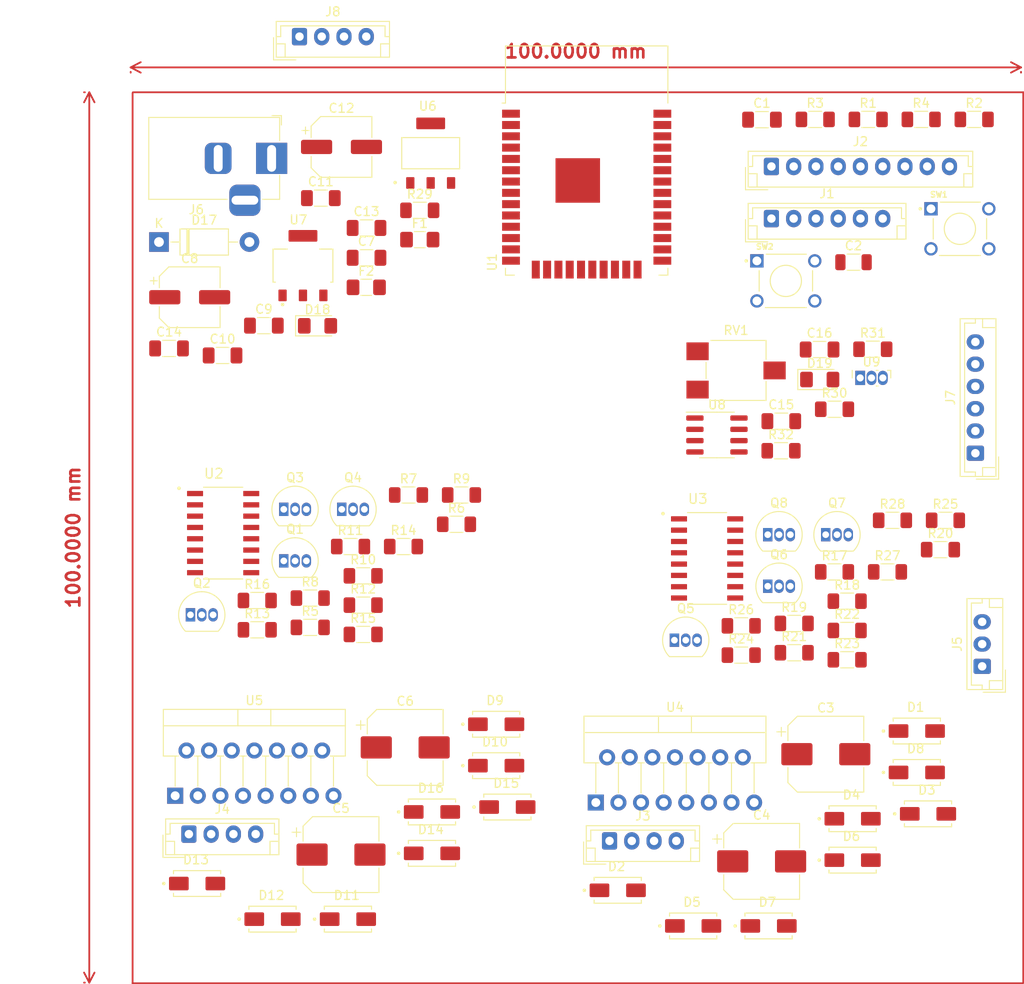
<source format=kicad_pcb>
(kicad_pcb (version 20211014) (generator pcbnew)
  (layers (0 "F.Cu" signal) (31 "B.Cu" signal) (34 "B.Paste" user) (35 "F.Paste" user) (36 "B.SilkS" user "B.Silkscreen") (37 "F.SilkS" user "F.Silkscreen") (38 "B.Mask" user) (39 "F.Mask" user) (44 "Edge.Cuts" user))
  (net 0 "")
  (net 1 "/Power supply/bypass 5v")
  (net 2 "Net-(C16-Pad1)")
  (net 4 "/ESP32/M_A3")
  (net 5 "Net-(R7-Pad2)")
  (net 6 "Net-(D18-Pad1)")
  (net 7 "GND")
  (net 8 "/ESP32/M_B3")
  (net 9 "Net-(R19-Pad2)")
  (net 10 "/ESP32/M_B2")
  (net 11 "Net-(R18-Pad2)")
  (net 12 "/ESP32/M_B1")
  (net 13 "Net-(R17-Pad2)")
  (net 14 "/Power supply/bypass 3.3v")
  (net 15 "Net-(C1-Pad1)")
  (net 16 "Net-(R2-Pad1)")
  (net 17 "/ESP32/RX")
  (net 18 "Net-(R3-Pad1)")
  (net 19 "/ESP32/TX")
  (net 20 "Net-(C2-Pad1)")
  (net 21 "/ESP32/M_A1")
  (net 22 "Net-(R5-Pad2)")
  (net 23 "/ESP32/M_A2")
  (net 24 "Net-(R6-Pad2)")
  (net 25 "/Motor A/12V")
  (net 26 "/Motor B/IN 1B")
  (net 27 "/ESP32/M_A4")
  (net 28 "Net-(R8-Pad2)")
  (net 29 "Net-(Q1-Pad2)")
  (net 30 "/Motor A/IN 4A")
  (net 31 "Net-(Q2-Pad2)")
  (net 32 "/Motor A/IN 3A")
  (net 33 "Net-(Q3-Pad2)")
  (net 34 "/Motor A/IN 2A")
  (net 35 "Net-(Q4-Pad2)")
  (net 36 "/Motor A/IN 1A")
  (net 37 "Net-(Q8-Pad2)")
  (net 38 "Net-(Q6-Pad2)")
  (net 39 "/ESP32/Hall_sensor")
  (net 40 "Net-(D19-Pad1)")
  (net 41 "Net-(Q5-Pad2)")
  (net 42 "/ESP32/M_B4")
  (net 43 "Net-(R20-Pad2)")
  (net 44 "Net-(Q7-Pad2)")
  (net 47 "/ESP32/gpio34")
  (net 48 "/ESP32/gpio35")
  (net 49 "/ESP32/gpio33")
  (net 50 "/ESP32/SD2")
  (net 51 "/ESP32/SD3")
  (net 52 "/ESP32/SCS")
  (net 53 "/ESP32/SCK")
  (net 54 "/ESP32/SD0")
  (net 55 "/ESP32/SD1")
  (net 56 "/ESP32/gpio2")
  (net 57 "/ESP32/gpio4")
  (net 58 "/ESP32/gpio16")
  (net 59 "/ESP32/gpio17")
  (net 60 "/ESP32/gpio5")
  (net 61 "/ESP32/Touch_sensor")
  (net 63 "/ESP32/SDA")
  (net 64 "/ESP32/SCL")
  (net 65 "/ESP32/gpio23")
  (net 66 "+5V")
  (net 67 "Net-(RV1-Pad2)")
  (net 68 "/Motor A/OUT 1")
  (net 69 "/Motor A/OUT 2")
  (net 70 "/Motor A/EN A")
  (net 71 "/Motor A/5V")
  (net 72 "/Motor A/EN B")
  (net 73 "/Motor A/OUT 3")
  (net 74 "/Motor A/OUT 4")
  (net 75 "/Motor B/OUT 1")
  (net 76 "/Motor B/OUT 2")
  (net 77 "/Motor B/EN_1B")
  (net 78 "/Motor B/5V")
  (net 79 "/Motor B/EN_2B")
  (net 80 "/Motor B/OUT 3")
  (net 81 "/Motor B/OUT 4")
  (net 82 "Net-(C15-Pad1)")
  (net 83 "Net-(D17-Pad1)")
  (net 84 "Net-(C7-Pad1)")
  (net 85 "Net-(D17-Pad2)")
  (net 86 "/Serial_USB/DTR")
  (net 87 "/Serial_USB/CTS")
  (footprint "Connector_BarrelJack:BarrelJack_Horizontal" (layer "F.Cu") (at 74.834 64.8285)
    (fp_text reference "J6" (at -8.45 5.75) (layer "F.SilkS"))
    (fp_text value "Barrel_Jack_MountingPin")
    (pad "1" thru_hole rect (at 0 0) (size 3.5 3.5) (drill oval 1 3) (layers *.Cu *.Mask) (net 85 "Net-(D17-Pad2)"))
    (pad "2" thru_hole roundrect (at -6 0) (size 3 3.5) (drill oval 1 3) (layers *.Cu *.Mask) (net 7 "GND"))
    (pad "3" thru_hole roundrect (at -3 4.7) (size 3.5 3.5) (drill oval 3 1) (layers *.Cu *.Mask))
  )
  (footprint "Package_TO_SOT_THT:TO-92_Inline" (layer "F.Cu") (at 137.066 107.092)
    (fp_text reference "Q7" (at 1.27 -3.56) (layer "F.SilkS"))
    (fp_text value "BC328")
    (pad "1" thru_hole rect (at 0 0) (size 1.05 1.5) (drill 0.75) (layers *.Cu *.Mask) (net 7 "GND"))
    (pad "2" thru_hole oval (at 1.27 0) (size 1.05 1.5) (drill 0.75) (layers *.Cu *.Mask) (net 44 "Net-(Q7-Pad2)"))
    (pad "3" thru_hole oval (at 2.54 0) (size 1.05 1.5) (drill 0.75) (layers *.Cu *.Mask) (net 7 "GND"))
  )
  (footprint "Resistor_SMD:R_1206_3216Metric_Pad1.30x1.75mm_HandSolder" (layer "F.Cu") (at 132.05 97.666)
    (fp_text reference "R32" (at 0 -1.82) (layer "F.SilkS"))
    (fp_text value "10K")
    (pad "1" smd roundrect (at -1.55 0) (size 1.3 1.75) (layers "F.Cu" "F.Paste" "F.Mask") (roundrect_rratio 0.192308) (net 1 "/Power supply/bypass 5v"))
    (pad "2" smd roundrect (at 1.55 0) (size 1.3 1.75) (layers "F.Cu" "F.Paste" "F.Mask") (roundrect_rratio 0.192308) (net 39 "/ESP32/Hall_sensor"))
  )
  (footprint "Package_TO_SOT_THT:TO-220-15_P2.54x2.54mm_StaggerOdd_Lead4.58mm_Vertical" (layer "F.Cu") (at 111.247 137.177)
    (fp_text reference "U4" (at 8.89 -10.7) (layer "F.SilkS"))
    (fp_text value "L298N")
    (pad "1" thru_hole rect (at 0 0) (size 1.8 1.8) (drill 1) (layers *.Cu *.Mask) (net 7 "GND"))
    (pad "2" thru_hole oval (at 1.27 -5.08) (size 1.8 1.8) (drill 1) (layers *.Cu *.Mask) (net 68 "/Motor A/OUT 1"))
    (pad "3" thru_hole oval (at 2.54 0) (size 1.8 1.8) (drill 1) (layers *.Cu *.Mask) (net 69 "/Motor A/OUT 2"))
    (pad "4" thru_hole oval (at 3.81 -5.08) (size 1.8 1.8) (drill 1) (layers *.Cu *.Mask) (net 25 "/Motor A/12V"))
    (pad "5" thru_hole oval (at 5.08 0) (size 1.8 1.8) (drill 1) (layers *.Cu *.Mask) (net 36 "/Motor A/IN 1A"))
    (pad "6" thru_hole oval (at 6.35 -5.08) (size 1.8 1.8) (drill 1) (layers *.Cu *.Mask) (net 70 "/Motor A/EN A"))
    (pad "7" thru_hole oval (at 7.62 0) (size 1.8 1.8) (drill 1) (layers *.Cu *.Mask) (net 34 "/Motor A/IN 2A"))
    (pad "8" thru_hole oval (at 8.89 -5.08) (size 1.8 1.8) (drill 1) (layers *.Cu *.Mask) (net 7 "GND"))
    (pad "9" thru_hole oval (at 10.16 0) (size 1.8 1.8) (drill 1) (layers *.Cu *.Mask) (net 71 "/Motor A/5V"))
    (pad "10" thru_hole oval (at 11.43 -5.08) (size 1.8 1.8) (drill 1) (layers *.Cu *.Mask) (net 32 "/Motor A/IN 3A"))
    (pad "11" thru_hole oval (at 12.7 0) (size 1.8 1.8) (drill 1) (layers *.Cu *.Mask) (net 72 "/Motor A/EN B"))
    (pad "12" thru_hole oval (at 13.97 -5.08) (size 1.8 1.8) (drill 1) (layers *.Cu *.Mask) (net 30 "/Motor A/IN 4A"))
    (pad "13" thru_hole oval (at 15.24 0) (size 1.8 1.8) (drill 1) (layers *.Cu *.Mask) (net 73 "/Motor A/OUT 3"))
    (pad "14" thru_hole oval (at 16.51 -5.08) (size 1.8 1.8) (drill 1) (layers *.Cu *.Mask) (net 74 "/Motor A/OUT 4"))
    (pad "15" thru_hole oval (at 17.78 0) (size 1.8 1.8) (drill 1) (layers *.Cu *.Mask) (net 7 "GND"))
  )
  (footprint "AMS1117-5:SOT229P700X180-4N" (layer "F.Cu") (at 92.699 64.2435)
    (fp_text reference "U6" (at -0.3275 -5.285) (layer "F.SilkS"))
    (fp_text value "AMS1117-5.0")
    (pad "1" smd roundrect locked (at -2.29 3.345) (size 0.93 1.31) (layers "F.Cu" "F.Paste" "F.Mask") (roundrect_rratio 0.1) (net 7 "GND"))
    (pad "2" smd roundrect locked (at 0 3.345) (size 0.93 1.31) (layers "F.Cu" "F.Paste" "F.Mask") (roundrect_rratio 0.1) (net 1 "/Power supply/bypass 5v"))
    (pad "3" smd roundrect locked (at 2.29 3.345) (size 0.93 1.31) (layers "F.Cu" "F.Paste" "F.Mask") (roundrect_rratio 0.1) (net 84 "Net-(C7-Pad1)"))
    (pad "4" smd roundrect locked (at 0 -3.345) (size 3.24 1.31) (layers "F.Cu" "F.Paste" "F.Mask") (roundrect_rratio 0.1))
  )
  (footprint "Package_TO_SOT_THT:TO-92_Inline" (layer "F.Cu") (at 65.72 116.096)
    (fp_text reference "Q2" (at 1.27 -3.56) (layer "F.SilkS"))
    (fp_text value "BC328")
    (pad "1" thru_hole rect (at 0 0) (size 1.05 1.5) (drill 0.75) (layers *.Cu *.Mask) (net 32 "/Motor A/IN 3A"))
    (pad "2" thru_hole oval (at 1.27 0) (size 1.05 1.5) (drill 0.75) (layers *.Cu *.Mask) (net 31 "Net-(Q2-Pad2)"))
    (pad "3" thru_hole oval (at 2.54 0) (size 1.05 1.5) (drill 0.75) (layers *.Cu *.Mask) (net 7 "GND"))
  )
  (footprint "Resistor_SMD:R_1206_3216Metric_Pad1.30x1.75mm_HandSolder" (layer "F.Cu") (at 144.006 111.272)
    (fp_text reference "R27" (at 0 -1.82) (layer "F.SilkS"))
    (fp_text value "5.1k")
    (pad "1" smd roundrect (at -1.55 0) (size 1.3 1.75) (layers "F.Cu" "F.Paste" "F.Mask") (roundrect_rratio 0.192308) (net 25 "/Motor A/12V"))
    (pad "2" smd roundrect (at 1.55 0) (size 1.3 1.75) (layers "F.Cu" "F.Paste" "F.Mask") (roundrect_rratio 0.192308) (net 37 "Net-(Q8-Pad2)"))
  )
  (footprint "Resistor_SMD:R_1206_3216Metric_Pad1.30x1.75mm_HandSolder" (layer "F.Cu") (at 85.12 115.006)
    (fp_text reference "R12" (at 0 -1.82) (layer "F.SilkS"))
    (fp_text value "5.1k")
    (pad "1" smd roundrect (at -1.55 0) (size 1.3 1.75) (layers "F.Cu" "F.Paste" "F.Mask") (roundrect_rratio 0.192308) (net 25 "/Motor A/12V"))
    (pad "2" smd roundrect (at 1.55 0) (size 1.3 1.75) (layers "F.Cu" "F.Paste" "F.Mask") (roundrect_rratio 0.192308) (net 32 "/Motor A/IN 3A"))
  )
  (footprint "AMS1117-3:SOT229P700X180-4N" (layer "F.Cu") (at 78.354 76.8735)
    (fp_text reference "U7" (at -0.515925 -5.144115) (layer "F.SilkS") (effects (font (size 1.001772 1.001772))))
    (fp_text value "AMS1117-3.3")
    (pad "1" smd roundrect locked (at -2.29 3.345) (size 0.93 1.31) (layers "F.Cu" "F.Paste" "F.Mask") (roundrect_rratio 0.1) (net 7 "GND"))
    (pad "2" smd roundrect locked (at 0 3.345) (size 0.93 1.31) (layers "F.Cu" "F.Paste" "F.Mask") (roundrect_rratio 0.1) (net 14 "/Power supply/bypass 3.3v"))
    (pad "3" smd roundrect locked (at 2.29 3.345) (size 0.93 1.31) (layers "F.Cu" "F.Paste" "F.Mask") (roundrect_rratio 0.1) (net 1 "/Power supply/bypass 5v"))
    (pad "4" smd roundrect locked (at 0 -3.345) (size 3.24 1.31) (layers "F.Cu" "F.Paste" "F.Mask") (roundrect_rratio 0.1))
  )
  (footprint "Resistor_SMD:R_1206_3216Metric_Pad1.30x1.75mm_HandSolder" (layer "F.Cu") (at 144.566 105.482)
    (fp_text reference "R28" (at 0 -1.82) (layer "F.SilkS"))
    (fp_text value "5.1k")
    (pad "1" smd roundrect (at -1.55 0) (size 1.3 1.75) (layers "F.Cu" "F.Paste" "F.Mask") (roundrect_rratio 0.192308) (net 25 "/Motor A/12V"))
    (pad "2" smd roundrect (at 1.55 0) (size 1.3 1.75) (layers "F.Cu" "F.Paste" "F.Mask") (roundrect_rratio 0.192308) (net 26 "/Motor B/IN 1B"))
  )
  (footprint "M7:DIOM505270X240" (layer "F.Cu") (at 147.298 129.147)
    (fp_text reference "D1" (at -0.127235 -2.671685) (layer "F.SilkS") (effects (font (size 1.001756 1.001756))))
    (fp_text value "1N4007")
    (pad "A" smd roundrect locked (at 2.05 0) (size 2.21 1.53) (layers "F.Cu" "F.Paste" "F.Mask") (roundrect_rratio 0.11))
    (pad "C" smd roundrect locked (at -2.05 0) (size 2.21 1.53) (layers "F.Cu" "F.Paste" "F.Mask") (roundrect_rratio 0.11))
  )
  (footprint "Capacitor_SMD:C_1206_3216Metric_Pad1.33x1.80mm_HandSolder" (layer "F.Cu") (at 63.314 86.1735)
    (fp_text reference "C14" (at 0 -1.85) (layer "F.SilkS"))
    (fp_text value "10uf")
    (pad "1" smd roundrect (at -1.5625 0) (size 1.325 1.8) (layers "F.Cu" "F.Paste" "F.Mask") (roundrect_rratio 0.188679) (net 14 "/Power supply/bypass 3.3v"))
    (pad "2" smd roundrect (at 1.5625 0) (size 1.325 1.8) (layers "F.Cu" "F.Paste" "F.Mask") (roundrect_rratio 0.188679) (net 7 "GND"))
  )
  (footprint "Resistor_SMD:R_1206_3216Metric_Pad1.30x1.75mm_HandSolder" (layer "F.Cu") (at 85.12 118.296)
    (fp_text reference "R15" (at 0 -1.82) (layer "F.SilkS"))
    (fp_text value "5.1k")
    (pad "1" smd roundrect (at -1.55 0) (size 1.3 1.75) (layers "F.Cu" "F.Paste" "F.Mask") (roundrect_rratio 0.192308) (net 25 "/Motor A/12V"))
    (pad "2" smd roundrect (at 1.55 0) (size 1.3 1.75) (layers "F.Cu" "F.Paste" "F.Mask") (roundrect_rratio 0.192308) (net 35 "Net-(Q4-Pad2)"))
  )
  (footprint "Package_TO_SOT_THT:TO-92_Inline" (layer "F.Cu") (at 120.076 118.942)
    (fp_text reference "Q5" (at 1.27 -3.56) (layer "F.SilkS"))
    (fp_text value "BC328")
    (pad "1" thru_hole rect (at 0 0) (size 1.05 1.5) (drill 0.75) (layers *.Cu *.Mask) (net 7 "GND"))
    (pad "2" thru_hole oval (at 1.27 0) (size 1.05 1.5) (drill 0.75) (layers *.Cu *.Mask) (net 41 "Net-(Q5-Pad2)"))
    (pad "3" thru_hole oval (at 2.54 0) (size 1.05 1.5) (drill 0.75) (layers *.Cu *.Mask) (net 7 "GND"))
  )
  (footprint "Resistor_SMD:R_1206_3216Metric_Pad1.30x1.75mm_HandSolder" (layer "F.Cu") (at 127.576 120.622)
    (fp_text reference "R24" (at 0 -1.82) (layer "F.SilkS"))
    (fp_text value "5.1k")
    (pad "1" smd roundrect (at -1.55 0) (size 1.3 1.75) (layers "F.Cu" "F.Paste" "F.Mask") (roundrect_rratio 0.192308) (net 25 "/Motor A/12V"))
    (pad "2" smd roundrect (at 1.55 0) (size 1.3 1.75) (layers "F.Cu" "F.Paste" "F.Mask") (roundrect_rratio 0.192308) (net 7 "GND"))
  )
  (footprint "Resistor_SMD:R_1206_3216Metric_Pad1.30x1.75mm_HandSolder" (layer "F.Cu") (at 138.06 93.006)
    (fp_text reference "R30" (at 0 -1.82) (layer "F.SilkS"))
    (fp_text value "10k")
    (pad "1" smd roundrect (at -1.55 0) (size 1.3 1.75) (layers "F.Cu" "F.Paste" "F.Mask") (roundrect_rratio 0.192308) (net 1 "/Power supply/bypass 5v"))
    (pad "2" smd roundrect (at 1.55 0) (size 1.3 1.75) (layers "F.Cu" "F.Paste" "F.Mask") (roundrect_rratio 0.192308) (net 2 "Net-(C16-Pad1)"))
  )
  (footprint "Resistor_SMD:R_1206_3216Metric_Pad1.30x1.75mm_HandSolder" (layer "F.Cu") (at 127.576 117.332)
    (fp_text reference "R26" (at 0 -1.82) (layer "F.SilkS"))
    (fp_text value "5.1k")
    (pad "1" smd roundrect (at -1.55 0) (size 1.3 1.75) (layers "F.Cu" "F.Paste" "F.Mask") (roundrect_rratio 0.192308) (net 25 "/Motor A/12V"))
    (pad "2" smd roundrect (at 1.55 0) (size 1.3 1.75) (layers "F.Cu" "F.Paste" "F.Mask") (roundrect_rratio 0.192308) (net 7 "GND"))
  )
  (footprint "M7:DIOM505270X240" (layer "F.Cu") (at 122.178 151.037)
    (fp_text reference "D5" (at -0.127235 -2.671685) (layer "F.SilkS") (effects (font (size 1.001756 1.001756))))
    (fp_text value "1N4007")
    (pad "A" smd roundrect locked (at 2.05 0) (size 2.21 1.53) (layers "F.Cu" "F.Paste" "F.Mask") (roundrect_rratio 0.11))
    (pad "C" smd roundrect locked (at -2.05 0) (size 2.21 1.53) (layers "F.Cu" "F.Paste" "F.Mask") (roundrect_rratio 0.11))
  )
  (footprint "Capacitor_SMD:CP_Elec_8x10" (layer "F.Cu") (at 82.628 143.025)
    (fp_text reference "C5" (at 0 -5.2) (layer "F.SilkS"))
    (fp_text value "220uf")
    (pad "1" smd roundrect (at -3.25 0) (size 3.5 2.5) (layers "F.Cu" "F.Paste" "F.Mask") (roundrect_rratio 0.1) (net 78 "/Motor B/5V"))
    (pad "2" smd roundrect (at 3.25 0) (size 3.5 2.5) (layers "F.Cu" "F.Paste" "F.Mask") (roundrect_rratio 0.1) (net 7 "GND"))
  )
  (footprint "Resistor_SMD:R_1206_3216Metric_Pad1.30x1.75mm_HandSolder" (layer "F.Cu") (at 73.22 117.776)
    (fp_text reference "R13" (at 0 -1.82) (layer "F.SilkS"))
    (fp_text value "5.1k")
    (pad "1" smd roundrect (at -1.55 0) (size 1.3 1.75) (layers "F.Cu" "F.Paste" "F.Mask") (roundrect_rratio 0.192308) (net 25 "/Motor A/12V"))
    (pad "2" smd roundrect (at 1.55 0) (size 1.3 1.75) (layers "F.Cu" "F.Paste" "F.Mask") (roundrect_rratio 0.192308) (net 33 "Net-(Q3-Pad2)"))
  )
  (footprint "Connector_JST:JST_EH_B9B-EH-A_1x09_P2.50mm_Vertical" (layer "F.Cu") (at 130.97 65.74)
    (fp_text reference "J2" (at 10 -2.8) (layer "F.SilkS"))
    (fp_text value "Conn_01x09")
    (pad "1" thru_hole roundrect (at 0 0) (size 1.7 1.95) (drill 0.95) (layers *.Cu *.Mask) (roundrect_rratio 0.147059) (net 56 "/ESP32/gpio2"))
    (pad "2" thru_hole oval (at 2.5 0) (size 1.7 1.95) (drill 0.95) (layers *.Cu *.Mask) (net 57 "/ESP32/gpio4"))
    (pad "3" thru_hole oval (at 5 0) (size 1.7 1.95) (drill 0.95) (layers *.Cu *.Mask) (net 60 "/ESP32/gpio5"))
    (pad "4" thru_hole oval (at 7.5 0) (size 1.7 1.95) (drill 0.95) (layers *.Cu *.Mask) (net 58 "/ESP32/gpio16"))
    (pad "5" thru_hole oval (at 10 0) (size 1.7 1.95) (drill 0.95) (layers *.Cu *.Mask) (net 59 "/ESP32/gpio17"))
    (pad "6" thru_hole oval (at 12.5 0) (size 1.7 1.95) (drill 0.95) (layers *.Cu *.Mask) (net 65 "/ESP32/gpio23"))
    (pad "7" thru_hole oval (at 15 0) (size 1.7 1.95) (drill 0.95) (layers *.Cu *.Mask) (net 49 "/ESP32/gpio33"))
    (pad "8" thru_hole oval (at 17.5 0) (size 1.7 1.95) (drill 0.95) (layers *.Cu *.Mask) (net 47 "/ESP32/gpio34"))
    (pad "9" thru_hole oval (at 20 0) (size 1.7 1.95) (drill 0.95) (layers *.Cu *.Mask) (net 48 "/ESP32/gpio35"))
  )
  (footprint "Package_SO:SOIC-8_3.9x4.9mm_P1.27mm" (layer "F.Cu") (at 124.85 95.896)
    (fp_text reference "U8" (at 0 -3.4) (layer "F.SilkS"))
    (fp_text value "LM393")
    (pad "1" smd roundrect (at -2.475 -1.905) (size 1.95 0.6) (layers "F.Cu" "F.Paste" "F.Mask") (net 39 "/ESP32/Hall_sensor"))
    (pad "2" smd roundrect (at -2.475 -0.635) (size 1.95 0.6) (layers "F.Cu" "F.Paste" "F.Mask") (net 67 "Net-(RV1-Pad2)"))
    (pad "3" smd roundrect (at -2.475 0.635) (size 1.95 0.6) (layers "F.Cu" "F.Paste" "F.Mask") (net 2 "Net-(C16-Pad1)"))
    (pad "4" smd roundrect (at -2.475 1.905) (size 1.95 0.6) (layers "F.Cu" "F.Paste" "F.Mask") (net 82 "Net-(C15-Pad1)"))
    (pad "5" smd roundrect (at 2.475 1.905) (size 1.95 0.6) (layers "F.Cu" "F.Paste" "F.Mask"))
    (pad "6" smd roundrect (at 2.475 0.635) (size 1.95 0.6) (layers "F.Cu" "F.Paste" "F.Mask"))
    (pad "7" smd roundrect (at 2.475 -0.635) (size 1.95 0.6) (layers "F.Cu" "F.Paste" "F.Mask"))
    (pad "8" smd roundrect (at 2.475 -1.905) (size 1.95 0.6) (layers "F.Cu" "F.Paste" "F.Mask") (net 1 "/Power supply/bypass 5v"))
  )
  (footprint "Potentiometer_SMD:Potentiometer_ACP_CA6-VSMD_Vertical" (layer "F.Cu") (at 127 88.646)
    (fp_text reference "RV1" (at 0 -4.5) (layer "F.SilkS"))
    (fp_text value "R_Potentiometer")
    (pad "1" smd rect (at -4.325 2.15) (size 2.5 2) (layers "F.Cu" "F.Paste" "F.Mask") (net 66 "+5V"))
    (pad "2" smd rect (at 4.325 0) (size 2.5 2) (layers "F.Cu" "F.Paste" "F.Mask") (net 67 "Net-(RV1-Pad2)"))
    (pad "3" smd rect (at -4.325 -2.15) (size 2.5 2) (layers "F.Cu" "F.Paste" "F.Mask") (net 7 "GND"))
  )
  (footprint "Capacitor_SMD:C_1206_3216Metric_Pad1.33x1.80mm_HandSolder" (layer "F.Cu") (at 69.324 86.9635)
    (fp_text reference "C10" (at 0 -1.85) (layer "F.SilkS"))
    (fp_text value "10uf")
    (pad "1" smd roundrect (at -1.5625 0) (size 1.325 1.8) (layers "F.Cu" "F.Paste" "F.Mask") (roundrect_rratio 0.188679) (net 1 "/Power supply/bypass 5v"))
    (pad "2" smd roundrect (at 1.5625 0) (size 1.325 1.8) (layers "F.Cu" "F.Paste" "F.Mask") (roundrect_rratio 0.188679) (net 7 "GND"))
  )
  (footprint "Resistor_SMD:R_1206_3216Metric_Pad1.30x1.75mm_HandSolder" (layer "F.Cu") (at 91.474 70.6635)
    (fp_text reference "R29" (at 0 -1.82) (layer "F.SilkS"))
    (fp_text value "1k")
    (pad "1" smd roundrect (at -1.55 0) (size 1.3 1.75) (layers "F.Cu" "F.Paste" "F.Mask") (roundrect_rratio 0.192308) (net 6 "Net-(D18-Pad1)"))
    (pad "2" smd roundrect (at 1.55 0) (size 1.3 1.75) (layers "F.Cu" "F.Paste" "F.Mask") (roundrect_rratio 0.192308) (net 7 "GND"))
  )
  (footprint "Capacitor_SMD:C_1206_3216Metric_Pad1.33x1.80mm_HandSolder" (layer "F.Cu") (at 136.38 86.296)
    (fp_text reference "C16" (at 0 -1.85) (layer "F.SilkS"))
    (fp_text value "0.1uF")
    (pad "1" smd roundrect (at -1.5625 0) (size 1.325 1.8) (layers "F.Cu" "F.Paste" "F.Mask") (roundrect_rratio 0.188679) (net 2 "Net-(C16-Pad1)"))
    (pad "2" smd roundrect (at 1.5625 0) (size 1.325 1.8) (layers "F.Cu" "F.Paste" "F.Mask") (roundrect_rratio 0.188679) (net 7 "GND"))
  )
  (footprint "M7:DIOM505270X240" (layer "F.Cu") (at 100.054 128.385)
    (fp_text reference "D9" (at -0.127235 -2.671685) (layer "F.SilkS") (effects (font (size 1.001756 1.001756))))
    (fp_text value "1N4007")
    (pad "A" smd roundrect locked (at 2.05 0) (size 2.21 1.53) (layers "F.Cu" "F.Paste" "F.Mask") (roundrect_rratio 0.11))
    (pad "C" smd roundrect locked (at -2.05 0) (size 2.21 1.53) (layers "F.Cu" "F.Paste" "F.Mask") (roundrect_rratio 0.11))
  )
  (footprint "Capacitor_SMD:C_1206_3216Metric_Pad1.33x1.80mm_HandSolder" (layer "F.Cu") (at 85.494 72.6435)
    (fp_text reference "C13" (at 0 -1.85) (layer "F.SilkS"))
    (fp_text value "100nf")
    (pad "1" smd roundrect (at -1.5625 0) (size 1.325 1.8) (layers "F.Cu" "F.Paste" "F.Mask") (roundrect_rratio 0.188679) (net 14 "/Power supply/bypass 3.3v"))
    (pad "2" smd roundrect (at 1.5625 0) (size 1.325 1.8) (layers "F.Cu" "F.Paste" "F.Mask") (roundrect_rratio 0.188679) (net 7 "GND"))
  )
  (footprint "Capacitor_SMD:CP_Elec_8x10" (layer "F.Cu") (at 137.082 131.747)
    (fp_text reference "C3" (at 0 -5.2) (layer "F.SilkS"))
    (fp_text value "220uf")
    (pad "1" smd roundrect (at -3.25 0) (size 3.5 2.5) (layers "F.Cu" "F.Paste" "F.Mask") (roundrect_rratio 0.1) (net 71 "/Motor A/5V"))
    (pad "2" smd roundrect (at 3.25 0) (size 3.5 2.5) (layers "F.Cu" "F.Paste" "F.Mask") (roundrect_rratio 0.1) (net 7 "GND"))
  )
  (footprint "Resistor_SMD:R_1206_3216Metric_Pad1.30x1.75mm_HandSolder" (layer "F.Cu") (at 147.79 60.452)
    (fp_text reference "R4" (at 0 -1.82) (layer "F.SilkS"))
    (fp_text value "10k")
    (pad "1" smd roundrect (at -1.55 0) (size 1.3 1.75) (layers "F.Cu" "F.Paste" "F.Mask") (roundrect_rratio 0.192308) (net 14 "/Power supply/bypass 3.3v"))
    (pad "2" smd roundrect (at 1.55 0) (size 1.3 1.75) (layers "F.Cu" "F.Paste" "F.Mask") (roundrect_rratio 0.192308) (net 20 "Net-(C2-Pad1)"))
  )
  (footprint "Capacitor_SMD:CP_Elec_6.3x5.4" (layer "F.Cu") (at 65.634 80.4235)
    (fp_text reference "C8" (at 0 -4.35) (layer "F.SilkS"))
    (fp_text value "10uf")
    (pad "1" smd roundrect (at -2.8 0) (size 3.5 1.6) (layers "F.Cu" "F.Paste" "F.Mask") (roundrect_rratio 0.15625) (net 1 "/Power supply/bypass 5v"))
    (pad "2" smd roundrect (at 2.8 0) (size 3.5 1.6) (layers "F.Cu" "F.Paste" "F.Mask") (roundrect_rratio 0.15625) (net 7 "GND"))
  )
  (footprint "Capacitor_SMD:CP_Elec_8x10" (layer "F.Cu") (at 129.872 143.787)
    (fp_text reference "C4" (at 0 -5.2) (layer "F.SilkS"))
    (fp_text value "220uf")
    (pad "1" smd roundrect (at -3.25 0) (size 3.5 2.5) (layers "F.Cu" "F.Paste" "F.Mask") (roundrect_rratio 0.1) (net 25 "/Motor A/12V"))
    (pad "2" smd roundrect (at 3.25 0) (size 3.5 2.5) (layers "F.Cu" "F.Paste" "F.Mask") (roundrect_rratio 0.1) (net 7 "GND"))
  )
  (footprint "M7:DIOM505270X240" (layer "F.Cu") (at 92.844 138.235)
    (fp_text reference "D16" (at -0.127235 -2.671685) (layer "F.SilkS") (effects (font (size 1.001756 1.001756))))
    (fp_text value "1N4007")
    (pad "A" smd roundrect locked (at 2.05 0) (size 2.21 1.53) (layers "F.Cu" "F.Paste" "F.Mask") (roundrect_rratio 0.11))
    (pad "C" smd roundrect locked (at -2.05 0) (size 2.21 1.53) (layers "F.Cu" "F.Paste" "F.Mask") (roundrect_rratio 0.11))
  )
  (footprint "M7:DIOM505270X240" (layer "F.Cu") (at 140.088 138.997)
    (fp_text reference "D4" (at -0.127235 -2.671685) (layer "F.SilkS") (effects (font (size 1.001756 1.001756))))
    (fp_text value "1N4007")
    (pad "A" smd roundrect locked (at 2.05 0) (size 2.21 1.53) (layers "F.Cu" "F.Paste" "F.Mask") (roundrect_rratio 0.11))
    (pad "C" smd roundrect locked (at -2.05 0) (size 2.21 1.53) (layers "F.Cu" "F.Paste" "F.Mask") (roundrect_rratio 0.11))
  )
  (footprint "M7:DIOM505270X240" (layer "F.Cu") (at 100.054 133.035)
    (fp_text reference "D10" (at -0.127235 -2.671685) (layer "F.SilkS") (effects (font (size 1.001756 1.001756))))
    (fp_text value "1N4007")
    (pad "A" smd roundrect locked (at 2.05 0) (size 2.21 1.53) (layers "F.Cu" "F.Paste" "F.Mask") (roundrect_rratio 0.11))
    (pad "C" smd roundrect locked (at -2.05 0) (size 2.21 1.53) (layers "F.Cu" "F.Paste" "F.Mask") (roundrect_rratio 0.11))
  )
  (footprint "Package_TO_SOT_THT:TO-92_Inline" (layer "F.Cu") (at 130.556 112.882)
    (fp_text reference "Q6" (at 1.27 -3.56) (layer "F.SilkS"))
    (fp_text value "BC328")
    (pad "1" thru_hole rect (at 0 0) (size 1.05 1.5) (drill 0.75) (layers *.Cu *.Mask) (net 7 "GND"))
    (pad "2" thru_hole oval (at 1.27 0) (size 1.05 1.5) (drill 0.75) (layers *.Cu *.Mask) (net 38 "Net-(Q6-Pad2)"))
    (pad "3" thru_hole oval (at 2.54 0) (size 1.05 1.5) (drill 0.75) (layers *.Cu *.Mask) (net 7 "GND"))
  )
  (footprint "Diode_THT:D_DO-41_SOD81_P10.16mm_Horizontal" (layer "F.Cu") (at 62.184 74.2235)
    (fp_text reference "D17" (at 5.08 -2.47) (layer "F.SilkS"))
    (fp_text value "1N4002")
    (fp_text user "K" (at 0 -2.1) (layer "F.SilkS"))
    (pad "1" thru_hole rect (at 0 0) (size 2.2 2.2) (drill 1.1) (layers *.Cu *.Mask) (net 83 "Net-(D17-Pad1)"))
    (pad "2" thru_hole oval (at 10.16 0) (size 2.2 2.2) (drill 1.1) (layers *.Cu *.Mask) (net 85 "Net-(D17-Pad2)"))
  )
  (footprint "Connector_JST:JST_EH_B4B-EH-A_1x04_P2.50mm_Vertical" (layer "F.Cu") (at 112.787 141.487)
    (fp_text reference "J3" (at 3.75 -2.8) (layer "F.SilkS"))
    (fp_text value "Conn_01x04")
    (pad "1" thru_hole roundrect (at 0 0) (size 1.7 1.95) (drill 0.95) (layers *.Cu *.Mask) (roundrect_rratio 0.147059) (net 68 "/Motor A/OUT 1"))
    (pad "2" thru_hole oval (at 2.5 0) (size 1.7 1.95) (drill 0.95) (layers *.Cu *.Mask) (net 69 "/Motor A/OUT 2"))
    (pad "3" thru_hole oval (at 5 0) (size 1.7 1.95) (drill 0.95) (layers *.Cu *.Mask) (net 73 "/Motor A/OUT 3"))
    (pad "4" thru_hole oval (at 7.5 0) (size 1.7 1.95) (drill 0.95) (layers *.Cu *.Mask) (net 74 "/Motor A/OUT 4"))
  )
  (footprint "Resistor_SMD:R_1206_3216Metric_Pad1.30x1.75mm_HandSolder" (layer "F.Cu") (at 139.476 121.142)
    (fp_text reference "R23" (at 0 -1.82) (layer "F.SilkS"))
    (fp_text value "5.1k")
    (pad "1" smd roundrect (at -1.55 0) (size 1.3 1.75) (layers "F.Cu" "F.Paste" "F.Mask") (roundrect_rratio 0.192308) (net 25 "/Motor A/12V"))
    (pad "2" smd roundrect (at 1.55 0) (size 1.3 1.75) (layers "F.Cu" "F.Paste" "F.Mask") (roundrect_rratio 0.192308) (net 38 "Net-(Q6-Pad2)"))
  )
  (footprint "Resistor_SMD:R_1206_3216Metric_Pad1.30x1.75mm_HandSolder" (layer "F.Cu") (at 133.526 120.352)
    (fp_text reference "R21" (at 0 -1.82) (layer "F.SilkS"))
    (fp_text value "5.1k")
    (pad "1" smd roundrect (at -1.55 0) (size 1.3 1.75) (layers "F.Cu" "F.Paste" "F.Mask") (roundrect_rratio 0.192308) (net 25 "/Motor A/12V"))
    (pad "2" smd roundrect (at 1.55 0) (size 1.3 1.75) (layers "F.Cu" "F.Paste" "F.Mask") (roundrect_rratio 0.192308) (net 41 "Net-(Q5-Pad2)"))
  )
  (footprint "Resistor_SMD:R_1206_3216Metric_Pad1.30x1.75mm_HandSolder" (layer "F.Cu") (at 153.74 60.452)
    (fp_text reference "R2" (at 0 -1.82) (layer "F.SilkS"))
    (fp_text value "470")
    (pad "1" smd roundrect (at -1.55 0) (size 1.3 1.75) (layers "F.Cu" "F.Paste" "F.Mask") (roundrect_rratio 0.192308) (net 16 "Net-(R2-Pad1)"))
    (pad "2" smd roundrect (at 1.55 0) (size 1.3 1.75) (layers "F.Cu" "F.Paste" "F.Mask") (roundrect_rratio 0.192308) (net 17 "/ESP32/RX"))
  )
  (footprint "Capacitor_SMD:C_1206_3216Metric_Pad1.33x1.80mm_HandSolder" (layer "F.Cu") (at 85.494 75.9935)
    (fp_text reference "C7" (at 0 -1.85) (layer "F.SilkS"))
    (fp_text value "10uf")
    (pad "1" smd roundrect (at -1.5625 0) (size 1.325 1.8) (layers "F.Cu" "F.Paste" "F.Mask") (roundrect_rratio 0.188679) (net 84 "Net-(C7-Pad1)"))
    (pad "2" smd roundrect (at 1.5625 0) (size 1.325 1.8) (layers "F.Cu" "F.Paste" "F.Mask") (roundrect_rratio 0.188679) (net 7 "GND"))
  )
  (footprint "M7:DIOM505270X240" (layer "F.Cu") (at 74.934 150.275)
    (fp_text reference "D12" (at -0.127235 -2.671685) (layer "F.SilkS") (effects (font (size 1.001756 1.001756))))
    (fp_text value "1N4007")
    (pad "A" smd roundrect locked (at 2.05 0) (size 2.21 1.53) (layers "F.Cu" "F.Paste" "F.Mask") (roundrect_rratio 0.11))
    (pad "C" smd roundrect locked (at -2.05 0) (size 2.21 1.53) (layers "F.Cu" "F.Paste" "F.Mask") (roundrect_rratio 0.11))
  )
  (footprint "Resistor_SMD:R_1206_3216Metric_Pad1.30x1.75mm_HandSolder" (layer "F.Cu") (at 142.36 86.266)
    (fp_text reference "R31" (at 0 -1.82) (layer "F.SilkS"))
    (fp_text value "1K")
    (pad "1" smd roundrect (at -1.55 0) (size 1.3 1.75) (layers "F.Cu" "F.Paste" "F.Mask") (roundrect_rratio 0.192308) (net 40 "Net-(D19-Pad1)"))
    (pad "2" smd roundrect (at 1.55 0) (size 1.3 1.75) (layers "F.Cu" "F.Paste" "F.Mask") (roundrect_rratio 0.192308) (net 39 "/ESP32/Hall_sensor"))
  )
  (footprint "M7:DIOM505270X240" (layer "F.Cu") (at 92.844 142.885)
    (fp_text reference "D14" (at -0.127235 -2.671685) (layer "F.SilkS") (effects (font (size 1.001756 1.001756))))
    (fp_text value "1N4007")
    (pad "A" smd roundrect locked (at 2.05 0) (size 2.21 1.53) (layers "F.Cu" "F.Paste" "F.Mask") (roundrect_rratio 0.11))
    (pad "C" smd roundrect locked (at -2.05 0) (size 2.21 1.53) (layers "F.Cu" "F.Paste" "F.Mask") (roundrect_rratio 0.11))
  )
  (footprint "M7:DIOM505270X240" (layer "F.Cu") (at 130.648 151.037)
    (fp_text reference "D7" (at -0.127235 -2.671685) (layer "F.SilkS") (effects (font (size 1.001756 1.001756))))
    (fp_text value "1N4007")
    (pad "A" smd roundrect locked (at 2.05 0) (size 2.21 1.53) (layers "F.Cu" "F.Paste" "F.Mask") (roundrect_rratio 0.11))
    (pad "C" smd roundrect locked (at -2.05 0) (size 2.21 1.53) (layers "F.Cu" "F.Paste" "F.Mask") (roundrect_rratio 0.11))
  )
  (footprint "M7:DIOM505270X240" (layer "F.Cu") (at 148.558 138.447)
    (fp_text reference "D3" (at -0.127235 -2.671685) (layer "F.SilkS") (effects (font (size 1.001756 1.001756))))
    (fp_text value "1N4007")
    (pad "A" smd roundrect locked (at 2.05 0) (size 2.21 1.53) (layers "F.Cu" "F.Paste" "F.Mask") (roundrect_rratio 0.11))
    (pad "C" smd roundrect locked (at -2.05 0) (size 2.21 1.53) (layers "F.Cu" "F.Paste" "F.Mask") (roundrect_rratio 0.11))
  )
  (footprint "M7:DIOM505270X240" (layer "F.Cu") (at 83.404 150.275)
    (fp_text reference "D11" (at -0.127235 -2.671685) (layer "F.SilkS") (effects (font (size 1.001756 1.001756))))
    (fp_text value "1N4007")
    (pad "A" smd roundrect locked (at 2.05 0) (size 2.21 1.53) (layers "F.Cu" "F.Paste" "F.Mask") (roundrect_rratio 0.11))
    (pad "C" smd roundrect locked (at -2.05 0) (size 2.21 1.53) (layers "F.Cu" "F.Paste" "F.Mask") (roundrect_rratio 0.11))
  )
  (footprint "TLP281-4GB_F_:SOIC127P700X210-16N" (layer "F.Cu") (at 69.39 106.916)
    (fp_text reference "U2" (at -1.04316 -6.68485) (layer "F.SilkS") (effects (font (size 1.098252 1.098252))))
    (fp_text value "TLP281-4GB(F)")
    (pad "1" smd roundrect locked (at -3.155 -4.445) (size 1.8 0.59) (layers "F.Cu" "F.Paste" "F.Mask") (roundrect_rratio 0.07) (net 22 "Net-(R5-Pad2)"))
    (pad "2" smd roundrect locked (at -3.155 -3.175) (size 1.8 0.59) (layers "F.Cu" "F.Paste" "F.Mask") (roundrect_rratio 0.07) (net 7 "GND"))
    (pad "3" smd roundrect locked (at -3.155 -1.905) (size 1.8 0.59) (layers "F.Cu" "F.Paste" "F.Mask") (roundrect_rratio 0.07) (net 24 "Net-(R6-Pad2)"))
    (pad "4" smd roundrect locked (at -3.155 -0.635) (size 1.8 0.59) (layers "F.Cu" "F.Paste" "F.Mask") (roundrect_rratio 0.07) (net 7 "GND"))
    (pad "5" smd roundrect locked (at -3.155 0.635) (size 1.8 0.59) (layers "F.Cu" "F.Paste" "F.Mask") (roundrect_rratio 0.07) (net 5 "Net-(R7-Pad2)"))
    (pad "6" smd roundrect locked (at -3.155 1.905) (size 1.8 0.59) (layers "F.Cu" "F.Paste" "F.Mask") (roundrect_rratio 0.07) (net 7 "GND"))
    (pad "7" smd roundrect locked (at -3.155 3.175) (size 1.8 0.59) (layers "F.Cu" "F.Paste" "F.Mask") (roundrect_rratio 0.07) (net 28 "Net-(R8-Pad2)"))
    (pad "8" smd roundrect locked (at -3.155 4.445) (size 1.8 0.59) (layers "F.Cu" "F.Paste" "F.Mask") (roundrect_rratio 0.07) (net 7 "GND"))
    (pad "9" smd roundrect locked (at 3.155 4.445) (size 1.8 0.59) (layers "F.Cu" "F.Paste" "F.Mask") (roundrect_rratio 0.07) (net 7 "GND"))
    (pad "10" smd roundrect locked (at 3.155 3.175) (size 1.8 0.59) (layers "F.Cu" "F.Paste" "F.Mask") (roundrect_rratio 0.07) (net 29 "Net-(Q1-Pad2)"))
    (pad "11" smd roundrect locked (at 3.155 1.905) (size 1.8 0.59) (layers "F.Cu" "F.Paste" "F.Mask") (roundrect_rratio 0.07) (net 7 "GND"))
    (pad "12" smd roundrect locked (at 3.155 0.635) (size 1.8 0.59) (layers "F.Cu" "F.Paste" "F.Mask") (roundrect_rratio 0.07) (net 31 "Net-(Q2-Pad2)"))
    (pad "13" smd roundrect locked (at 3.155 -0.635) (size 1.8 0.59) (layers "F.Cu" "F.Paste" "F.Mask") (roundrect_rratio 0.07) (net 7 "GND"))
    (pad "14" smd roundrect locked (at 3.155 -1.905) (size 1.8 0.59) (layers "F.Cu" "F.Paste" "F.Mask") (roundrect_rratio 0.07) (net 33 "Net-(Q3-Pad2)"))
    (pad "15" smd roundrect locked (at 3.155 -3.175) (size 1.8 0.59) (layers "F.Cu" "F.Paste" "F.Mask") (roundrect_rratio 0.07) (net 7 "GND"))
    (pad "16" smd roundrect locked (at 3.155 -4.445) (size 1.8 0.59) (layers "F.Cu" "F.Paste" "F.Mask") (roundrect_rratio 0.07) (net 35 "Net-(Q4-Pad2)"))
  )
  (footprint "Package_TO_SOT_THT:TO-92_Inline" (layer "F.Cu") (at 76.2 110.036)
    (fp_text reference "Q1" (at 1.27 -3.56) (layer "F.SilkS"))
    (fp_text value "BC328")
    (pad "1" thru_hole rect (at 0 0) (size 1.05 1.5) (drill 0.75) (layers *.Cu *.Mask) (net 30 "/Motor A/IN 4A"))
    (pad "2" thru_hole oval (at 1.27 0) (size 1.05 1.5) (drill 0.75) (layers *.Cu *.Mask) (net 29 "Net-(Q1-Pad2)"))
    (pad "3" thru_hole oval (at 2.54 0) (size 1.05 1.5) (drill 0.75) (layers *.Cu *.Mask) (net 7 "GND"))
  )
  (footprint "Resistor_SMD:R_1206_3216Metric_Pad1.30x1.75mm_HandSolder" (layer "F.Cu") (at 135.89 60.452)
    (fp_text reference "R3" (at 0 -1.82) (layer "F.SilkS"))
    (fp_text value "470")
    (pad "1" smd roundrect (at -1.55 0) (size 1.3 1.75) (layers "F.Cu" "F.Paste" "F.Mask") (roundrect_rratio 0.192308) (net 18 "Net-(R3-Pad1)"))
    (pad "2" smd roundrect (at 1.55 0) (size 1.3 1.75) (layers "F.Cu" "F.Paste" "F.Mask") (roundrect_rratio 0.192308) (net 19 "/ESP32/TX"))
  )
  (footprint "Resistor_SMD:R_1206_3216Metric_Pad1.30x1.75mm_HandSolder" (layer "F.Cu") (at 73.22 114.486)
    (fp_text reference "R16" (at 0 -1.82) (layer "F.SilkS"))
    (fp_text value "5.1k")
    (pad "1" smd roundrect (at -1.55 0) (size 1.3 1.75) (layers "F.Cu" "F.Paste" "F.Mask") (roundrect_rratio 0.192308) (net 25 "/Motor A/12V"))
    (pad "2" smd roundrect (at 1.55 0) (size 1.3 1.75) (layers "F.Cu" "F.Paste" "F.Mask") (roundrect_rratio 0.192308) (net 36 "/Motor A/IN 1A"))
  )
  (footprint "Package_TO_SOT_THT:TO-92_Inline" (layer "F.Cu") (at 130.556 107.092)
    (fp_text reference "Q8" (at 1.27 -3.56) (layer "F.SilkS"))
    (fp_text value "BC328")
    (pad "1" thru_hole rect (at 0 0) (size 1.05 1.5) (drill 0.75) (layers *.Cu *.Mask) (net 26 "/Motor B/IN 1B"))
    (pad "2" thru_hole oval (at 1.27 0) (size 1.05 1.5) (drill 0.75) (layers *.Cu *.Mask) (net 37 "Net-(Q8-Pad2)"))
    (pad "3" thru_hole oval (at 2.54 0) (size 1.05 1.5) (drill 0.75) (layers *.Cu *.Mask) (net 7 "GND"))
  )
  (footprint "Sensor_Current:Allegro_SIP-3" (layer "F.Cu") (at 140.94 89.486)
    (fp_text reference "U9" (at 1.27 -1.8) (layer "F.SilkS"))
    (fp_text value "A3144")
    (pad "1" thru_hole rect (at 0 0) (size 1.1 1.6) (drill 0.8) (layers *.Cu *.Mask) (net 1 "/Power supply/bypass 5v"))
    (pad "2" thru_hole oval (at 1.27 0) (size 1.1 1.6) (drill 0.8) (layers *.Cu *.Mask) (net 2 "Net-(C16-Pad1)"))
    (pad "3" thru_hole oval (at 2.54 0) (size 1.1 1.6) (drill 0.8) (layers *.Cu *.Mask))
  )
  (footprint "Capacitor_SMD:C_1206_3216Metric" (layer "F.Cu") (at 140.19 76.49)
    (fp_text reference "C2" (at 0 -1.85) (layer "F.SilkS"))
    (fp_text value "10uf")
    (pad "1" smd roundrect (at -1.475 0) (size 1.15 1.8) (layers "F.Cu" "F.Paste" "F.Mask") (roundrect_rratio 0.217391) (net 20 "Net-(C2-Pad1)"))
    (pad "2" smd roundrect (at 1.475 0) (size 1.15 1.8) (layers "F.Cu" "F.Paste" "F.Mask") (roundrect_rratio 0.217391) (net 7 "GND"))
  )
  (footprint "Resistor_SMD:R_1206_3216Metric_Pad1.30x1.75mm_HandSolder" (layer "F.Cu") (at 79.17 117.506)
    (fp_text reference "R5" (at 0 -1.82) (layer "F.SilkS"))
    (fp_text value "220")
    (pad "1" smd roundrect (at -1.55 0) (size 1.3 1.75) (layers "F.Cu" "F.Paste" "F.Mask") (roundrect_rratio 0.192308) (net 21 "/ESP32/M_A1"))
    (pad "2" smd roundrect (at 1.55 0) (size 1.3 1.75) (layers "F.Cu" "F.Paste" "F.Mask") (roundrect_rratio 0.192308) (net 22 "Net-(R5-Pad2)"))
  )
  (footprint "1825910-6:SW_1825910-6-4" (layer "F.Cu") (at 152.14 72.74)
    (fp_text reference "SW1" (at -2.3627 -3.844398) (layer "F.SilkS") (effects (font (size 0.630643 0.630643))))
    (fp_text value "1825910-6")
    (pad "1" thru_hole rect locked (at -3.25 -2.25) (size 1.498 1.498) (drill 0.99) (layers *.Cu *.Mask) (net 7 "GND"))
    (pad "2" thru_hole circle locked (at 3.25 -2.25) (size 1.498 1.498) (drill 0.99) (layers *.Cu *.Mask) (net 7 "GND"))
    (pad "3" thru_hole circle locked (at -3.25 2.25) (size 1.498 1.498) (drill 0.99) (layers *.Cu *.Mask) (net 15 "Net-(C1-Pad1)"))
    (pad "4" thru_hole circle locked (at 3.25 2.25) (size 1.498 1.498) (drill 0.99) (layers *.Cu *.Mask) (net 15 "Net-(C1-Pad1)"))
  )
  (footprint "Fuse:Fuse_1206_3216Metric_Pad1.42x1.75mm_HandSolder" (layer "F.Cu") (at 91.474 73.9535)
    (fp_text reference "F1" (at 0 -1.82) (layer "F.SilkS"))
    (fp_text value "1A")
    (pad "1" smd roundrect (at -1.4875 0) (size 1.425 1.75) (layers "F.Cu" "F.Paste" "F.Mask") (roundrect_rratio 0.175439) (net 83 "Net-(D17-Pad1)"))
    (pad "2" smd roundrect (at 1.4875 0) (size 1.425 1.75) (layers "F.Cu" "F.Paste" "F.Mask") (roundrect_rratio 0.175439) (net 84 "Net-(C7-Pad1)"))
  )
  (footprint "RF_Module:ESP32-WROOM-32" (layer "F.Cu") (at 110.22 68.065)
    (fp_text reference "U1" (at -10.61 8.43 90) (layer "F.SilkS"))
    (fp_text value "ESP32-WROOM-32")
    (pad "1" smd rect (at -8.5 -8.255) (size 2 0.9) (layers "F.Cu" "F.Paste" "F.Mask") (net 7 "GND"))
    (pad "2" smd rect (at -8.5 -6.985) (size 2 0.9) (layers "F.Cu" "F.Paste" "F.Mask") (net 14 "/Power supply/bypass 3.3v"))
    (pad "3" smd rect (at -8.5 -5.715) (size 2 0.9) (layers "F.Cu" "F.Paste" "F.Mask") (net 15 "Net-(C1-Pad1)"))
    (pad "4" smd rect (at -8.5 -4.445) (size 2 0.9) (layers "F.Cu" "F.Paste" "F.Mask"))
    (pad "5" smd rect (at -8.5 -3.175) (size 2 0.9) (layers "F.Cu" "F.Paste" "F.Mask"))
    (pad "6" smd rect (at -8.5 -1.905) (size 2 0.9) (layers "F.Cu" "F.Paste" "F.Mask") (net 47 "/ESP32/gpio34"))
    (pad "7" smd rect (at -8.5 -0.635) (size 2 0.9) (layers "F.Cu" "F.Paste" "F.Mask") (net 48 "/ESP32/gpio35"))
    (pad "8" smd rect (at -8.5 0.635) (size 2 0.9) (layers "F.Cu" "F.Paste" "F.Mask") (net 42 "/ESP32/M_B4"))
    (pad "9" smd rect (at -8.5 1.905) (size 2 0.9) (layers "F.Cu" "F.Paste" "F.Mask") (net 49 "/ESP32/gpio33"))
    (pad "10" smd rect (at -8.5 3.175) (size 2 0.9) (layers "F.Cu" "F.Paste" "F.Mask") (net 12 "/ESP32/M_B1"))
    (pad "11" smd rect (at -8.5 4.445) (size 2 0.9) (layers "F.Cu" "F.Paste" "F.Mask") (net 10 "/ESP32/M_B2"))
    (pad "12" smd rect (at -8.5 5.715) (size 2 0.9) (layers "F.Cu" "F.Paste" "F.Mask") (net 8 "/ESP32/M_B3"))
    (pad "13" smd rect (at -8.5 6.985) (size 2 0.9) (layers "F.Cu" "F.Paste" "F.Mask") (net 4 "/ESP32/M_A3"))
    (pad "14" smd rect (at -8.5 8.255) (size 2 0.9) (layers "F.Cu" "F.Paste" "F.Mask") (net 21 "/ESP32/M_A1"))
    (pad "15" smd rect (at -5.715 9.255 90) (size 2 0.9) (layers "F.Cu" "F.Paste" "F.Mask") (net 7 "GND"))
    (pad "16" smd rect (at -4.445 9.255 90) (size 2 0.9) (layers "F.Cu" "F.Paste" "F.Mask") (net 23 "/ESP32/M_A2"))
    (pad "17" smd rect (at -3.175 9.255 90) (size 2 0.9) (layers "F.Cu" "F.Paste" "F.Mask") (net 50 "/ESP32/SD2"))
    (pad "18" smd rect (at -1.905 9.255 90) (size 2 0.9) (layers "F.Cu" "F.Paste" "F.Mask") (net 51 "/ESP32/SD3"))
    (pad "19" smd rect (at -0.635 9.255 90) (size 2 0.9) (layers "F.Cu" "F.Paste" "F.Mask") (net 52 "/ESP32/SCS"))
    (pad "20" smd rect (at 0.635 9.255 90) (size 2 0.9) (layers "F.Cu" "F.Paste" "F.Mask") (net 53 "/ESP32/SCK"))
    (pad "21" smd rect (at 1.905 9.255 90) (size 2 0.9) (layers "F.Cu" "F.Paste" "F.Mask") (net 54 "/ESP32/SD0"))
    (pad "22" smd rect (at 3.175 9.255 90) (size 2 0.9) (layers "F.Cu" "F.Paste" "F.Mask") (net 55 "/ESP32/SD1"))
    (pad "23" smd rect (at 4.445 9.255 90) (size 2 0.9) (layers "F.Cu" "F.Paste" "F.Mask") (net 27 "/ESP32/M_A4"))
    (pad "24" smd rect (at 5.715 9.255 90) (size 2 0.9) (layers "F.Cu" "F.Paste" "F.Mask") (net 56 "/ESP32/gpio2"))
    (pad "25" smd rect (at 8.5 8.255) (size 2 0.9) (layers "F.Cu" "F.Paste" "F.Mask") (net 20 "Net-(C2-Pad1)"))
    (pad "26" smd rect (at 8.5 6.985) (size 2 0.9) (layers "F.Cu" "F.Paste" "F.Mask") (net 57 "/ESP32/gpio4"))
    (pad "27" smd rect (at 8.5 5.715) (size 2 0.9) (layers "F.Cu" "F.Paste" "F.Mask") (net 58 "/ESP32/gpio16"))
    (pad "28" smd rect (at 8.5 4.445) (size 2 0.9) (layers "F.Cu" "F.Paste" "F.Mask") (net 59 "/ESP32/gpio17"))
    (pad "29" smd rect (at 8.5 3.175) (size 2 0.9) (layers "F.Cu" "F.Paste" "F.Mask") (net 60 "/ESP32/gpio5"))
    (pad "30" smd rect (at 8.5 1.905) (size 2 0.9) (layers "F.Cu" "F.Paste" "F.Mask") (net 61 "/ESP32/Touch_sensor"))
    (pad "31" smd rect (at 8.5 0.635) (size 2 0.9) (layers "F.Cu" "F.Paste" "F.Mask") (net 39 "/ESP32/Hall_sensor"))
    (pad "32" smd rect (at 8.5 -0.635) (size 2 0.9) (layers "F.Cu" "F.Paste" "F.Mask"))
    (pad "33" smd rect (at 8.5 -1.905) (size 2 0.9) (layers "F.Cu" "F.Paste" "F.Mask") (net 63 "/ESP32/SDA"))
    (pad "34" smd rect (at 8.5 -3.175) (size 2 0.9) (layers "F.Cu" "F.Paste" "F.Mask") (net 18 "Net-(R3-Pad1)"))
    (pad "35" smd rect (at 8.5 -4.445) (size 2 0.9) (layers "F.Cu" "F.Paste" "F.Mask") (net 16 "Net-(R2-Pad1)"))
    (pad "36" smd rect (at 8.5 -5.715) (size 2 0.9) (layers "F.Cu" "F.Paste" "F.Mask") (net 64 "/ESP32/SCL"))
    (pad "37" smd rect (at 8.5 -6.985) (size 2 0.9) (layers "F.Cu" "F.Paste" "F.Mask") (net 65 "/ESP32/gpio23"))
    (pad "38" smd rect (at 8.5 -8.255) (size 2 0.9) (layers "F.Cu" "F.Paste" "F.Mask") (net 7 "GND"))
    (pad "39" smd rect (at -1 -0.755) (size 5 5) (layers "F.Cu" "F.Paste" "F.Mask") (net 7 "GND"))
  )
  (footprint "Resistor_SMD:R_1206_3216Metric_Pad1.30x1.75mm_HandSolder" (layer "F.Cu") (at 85.12 111.716)
    (fp_text reference "R10" (at 0 -1.82) (layer "F.SilkS"))
    (fp_text value "5.1k")
    (pad "1" smd roundrect (at -1.55 0) (size 1.3 1.75) (layers "F.Cu" "F.Paste" "F.Mask") (roundrect_rratio 0.192308) (net 25 "/Motor A/12V"))
    (pad "2" smd roundrect (at 1.55 0) (size 1.3 1.75) (layers "F.Cu" "F.Paste" "F.Mask") (roundrect_rratio 0.192308) (net 30 "/Motor A/IN 4A"))
  )
  (footprint "Connector_JST:JST_EH_B4B-EH-A_1x04_P2.50mm_Vertical" (layer "F.Cu") (at 77.964 51.1535)
    (fp_text reference "J8" (at 3.75 -2.8) (layer "F.SilkS"))
    (fp_text value "Conn_01x04")
    (pad "1" thru_hole roundrect (at 0 0) (size 1.7 1.95) (drill 0.95) (layers *.Cu *.Mask) (roundrect_rratio 0.147059) (net 63 "/ESP32/SDA"))
    (pad "2" thru_hole oval (at 2.5 0) (size 1.7 1.95) (drill 0.95) (layers *.Cu *.Mask) (net 64 "/ESP32/SCL"))
    (pad "3" thru_hole oval (at 5 0) (size 1.7 1.95) (drill 0.95) (layers *.Cu *.Mask) (net 14 "/Power supply/bypass 3.3v"))
    (pad "4" thru_hole oval (at 7.5 0) (size 1.7 1.95) (drill 0.95) (layers *.Cu *.Mask) (net 7 "GND"))
  )
  (footprint "M7:DIOM505270X240" (layer "F.Cu") (at 101.314 137.685)
    (fp_text reference "D15" (at -0.127235 -2.671685) (layer "F.SilkS") (effects (font (size 1.001756 1.001756))))
    (fp_text value "1N4007")
    (pad "A" smd roundrect locked (at 2.05 0) (size 2.21 1.53) (layers "F.Cu" "F.Paste" "F.Mask") (roundrect_rratio 0.11))
    (pad "C" smd roundrect locked (at -2.05 0) (size 2.21 1.53) (layers "F.Cu" "F.Paste" "F.Mask") (roundrect_rratio 0.11))
  )
  (footprint "Resistor_SMD:R_1206_3216Metric_Pad1.30x1.75mm_HandSolder" (layer "F.Cu") (at 96.16 102.636)
    (fp_text reference "R9" (at 0 -1.82) (layer "F.SilkS"))
    (fp_text value "5.1k")
    (pad "1" smd roundrect (at -1.55 0) (size 1.3 1.75) (layers "F.Cu" "F.Paste" "F.Mask") (roundrect_rratio 0.192308) (net 25 "/Motor A/12V"))
    (pad "2" smd roundrect (at 1.55 0) (size 1.3 1.75) (layers "F.Cu" "F.Paste" "F.Mask") (roundrect_rratio 0.192308) (net 29 "Net-(Q1-Pad2)"))
  )
  (footprint "Connector_JST:JST_EH_B3B-EH-A_1x03_P2.50mm_Vertical" (layer "F.Cu") (at 154.64 121.88 90)
    (fp_text reference "J5" (at 2.5 -2.8 90) (layer "F.SilkS"))
    (fp_text value "Conn_01x03")
    (pad "1" thru_hole roundrect (at 0 0 90) (size 1.7 1.95) (drill 0.95) (layers *.Cu *.Mask) (roundrect_rratio 0.147059) (net 1 "/Power supply/bypass 5v"))
    (pad "2" thru_hole oval (at 2.5 0 90) (size 1.7 1.95) (drill 0.95) (layers *.Cu *.Mask) (net 61 "/ESP32/Touch_sensor"))
    (pad "3" thru_hole oval (at 5 0 90) (size 1.7 1.95) (drill 0.95) (layers *.Cu *.Mask) (net 7 "GND"))
  )
  (footprint "Resistor_SMD:R_1206_3216Metric_Pad1.30x1.75mm_HandSolder" (layer "F.Cu") (at 89.65 108.426)
    (fp_text reference "R14" (at 0 -1.82) (layer "F.SilkS"))
    (fp_text value "5.1k")
    (pad "1" smd roundrect (at -1.55 0) (size 1.3 1.75) (layers "F.Cu" "F.Paste" "F.Mask") (roundrect_rratio 0.192308) (net 25 "/Motor A/12V"))
    (pad "2" smd roundrect (at 1.55 0) (size 1.3 1.75) (layers "F.Cu" "F.Paste" "F.Mask") (roundrect_rratio 0.192308) (net 34 "/Motor A/IN 2A"))
  )
  (footprint "Connector_JST:JST_EH_B6B-EH-A_1x06_P2.50mm_Vertical" (layer "F.Cu") (at 153.878 97.944 90)
    (fp_text reference "J7" (at 6.25 -2.8 90) (layer "F.SilkS"))
    (fp_text value "Conn_01x06")
    (pad "1" thru_hole roundrect (at 0 0 90) (size 1.7 1.95) (drill 0.95) (layers *.Cu *.Mask) (roundrect_rratio 0.147059) (net 86 "/Serial_USB/DTR"))
    (pad "2" thru_hole oval (at 2.5 0 90) (size 1.7 1.95) (drill 0.95) (layers *.Cu *.Mask) (net 17 "/ESP32/RX"))
    (pad "3" thru_hole oval (at 5 0 90) (size 1.7 1.95) (drill 0.95) (layers *.Cu *.Mask) (net 19 "/ESP32/TX"))
    (pad "4" thru_hole oval (at 7.5 0 90) (size 1.7 1.95) (drill 0.95) (layers *.Cu *.Mask) (net 1 "/Power supply/bypass 5v"))
    (pad "5" thru_hole oval (at 10 0 90) (size 1.7 1.95) (drill 0.95) (layers *.Cu *.Mask) (net 87 "/Serial_USB/CTS"))
    (pad "6" thru_hole oval (at 12.5 0 90) (size 1.7 1.95) (drill 0.95) (layers *.Cu *.Mask) (net 7 "GND"))
  )
  (footprint "Capacitor_SMD:C_1206_3216Metric_Pad1.33x1.80mm_HandSolder" (layer "F.Cu") (at 129.91 60.482)
    (fp_text reference "C1" (at 0 -1.85) (layer "F.SilkS"))
    (fp_text value "10uf")
    (pad "1" smd roundrect (at -1.5625 0) (size 1.325 1.8) (layers "F.Cu" "F.Paste" "F.Mask") (roundrect_rratio 0.188679) (net 15 "Net-(C1-Pad1)"))
    (pad "2" smd roundrect (at 1.5625 0) (size 1.325 1.8) (layers "F.Cu" "F.Paste" "F.Mask") (roundrect_rratio 0.188679) (net 7 "GND"))
  )
  (footprint "LED_SMD:LED_1206_3216Metric_Pad1.42x1.75mm_HandSolder" (layer "F.Cu") (at 79.989 83.6335)
    (fp_text reference "D18" (at 0 -1.82) (layer "F.SilkS"))
    (fp_text value "LED")
    (pad "1" smd roundrect (at -1.4875 0) (size 1.425 1.75) (layers "F.Cu" "F.Paste" "F.Mask") (roundrect_rratio 0.175439) (net 6 "Net-(D18-Pad1)"))
    (pad "2" smd roundrect (at 1.4875 0) (size 1.425 1.75) (layers "F.Cu" "F.Paste" "F.Mask") (roundrect_rratio 0.175439) (net 1 "/Power supply/bypass 5v"))
  )
  (footprint "Package_TO_SOT_THT:TO-92_Inline" (layer "F.Cu") (at 76.2 104.246)
    (fp_text reference "Q3" (at 1.27 -3.56) (layer "F.SilkS"))
    (fp_text value "BC328")
    (pad "1" thru_hole rect (at 0 0) (size 1.05 1.5) (drill 0.75) (layers *.Cu *.Mask) (net 34 "/Motor A/IN 2A"))
    (pad "2" thru_hole oval (at 1.27 0) (size 1.05 1.5) (drill 0.75) (layers *.Cu *.Mask) (net 33 "Net-(Q3-Pad2)"))
    (pad "3" thru_hole oval (at 2.54 0) (size 1.05 1.5) (drill 0.75) (layers *.Cu *.Mask) (net 7 "GND"))
  )
  (footprint "Resistor_SMD:R_1206_3216Metric_Pad1.30x1.75mm_HandSolder" (layer "F.Cu") (at 150.516 105.482)
    (fp_text reference "R25" (at 0 -1.82) (layer "F.SilkS"))
    (fp_text value "5.1k")
    (pad "1" smd roundrect (at -1.55 0) (size 1.3 1.75) (layers "F.Cu" "F.Paste" "F.Mask") (roundrect_rratio 0.192308) (net 25 "/Motor A/12V"))
    (pad "2" smd roundrect (at 1.55 0) (size 1.3 1.75) (layers "F.Cu" "F.Paste" "F.Mask") (roundrect_rratio 0.192308) (net 44 "Net-(Q7-Pad2)"))
  )
  (footprint "Resistor_SMD:R_1206_3216Metric_Pad1.30x1.75mm_HandSolder" (layer "F.Cu") (at 83.7 108.426)
    (fp_text reference "R11" (at 0 -1.82) (layer "F.SilkS"))
    (fp_text value "5.1k")
    (pad "1" smd roundrect (at -1.55 0) (size 1.3 1.75) (layers "F.Cu" "F.Paste" "F.Mask") (roundrect_rratio 0.192308) (net 25 "/Motor A/12V"))
    (pad "2" smd roundrect (at 1.55 0) (size 1.3 1.75) (layers "F.Cu" "F.Paste" "F.Mask") (roundrect_rratio 0.192308) (net 31 "Net-(Q2-Pad2)"))
  )
  (footprint "M7:DIOM505270X240" (layer "F.Cu") (at 147.298 133.797)
    (fp_text reference "D8" (at -0.127235 -2.671685) (layer "F.SilkS") (effects (font (size 1.001756 1.001756))))
    (fp_text value "1N4007")
    (pad "A" smd roundrect locked (at 2.05 0) (size 2.21 1.53) (layers "F.Cu" "F.Paste" "F.Mask") (roundrect_rratio 0.11))
    (pad "C" smd roundrect locked (at -2.05 0) (size 2.21 1.53) (layers "F.Cu" "F.Paste" "F.Mask") (roundrect_rratio 0.11))
  )
  (footprint "Resistor_SMD:R_1206_3216Metric_Pad1.30x1.75mm_HandSolder" (layer "F.Cu") (at 138.056 111.272)
    (fp_text reference "R17" (at 0 -1.82) (layer "F.SilkS"))
    (fp_text value "220")
    (pad "1" smd roundrect (at -1.55 0) (size 1.3 1.75) (layers "F.Cu" "F.Paste" "F.Mask") (roundrect_rratio 0.192308) (net 12 "/ESP32/M_B1"))
    (pad "2" smd roundrect (at 1.55 0) (size 1.3 1.75) (layers "F.Cu" "F.Paste" "F.Mask") (roundrect_rratio 0.192308) (net 13 "Net-(R17-Pad2)"))
  )
  (footprint "Resistor_SMD:R_1206_3216Metric_Pad1.30x1.75mm_HandSolder" (layer "F.Cu") (at 90.21 102.636)
    (fp_text reference "R7" (at 0 -1.82) (layer "F.SilkS"))
    (fp_text value "220")
    (pad "1" smd roundrect (at -1.55 0) (size 1.3 1.75) (layers "F.Cu" "F.Paste" "F.Mask") (roundrect_rratio 0.192308) (net 4 "/ESP32/M_A3"))
    (pad "2" smd roundrect (at 1.55 0) (size 1.3 1.75) (layers "F.Cu" "F.Paste" "F.Mask") (roundrect_rratio 0.192308) (net 5 "Net-(R7-Pad2)"))
  )
  (footprint "Capacitor_SMD:C_1206_3216Metric_Pad1.33x1.80mm_HandSolder" (layer "F.Cu") (at 132.08 94.346)
    (fp_text reference "C15" (at 0 -1.85) (layer "F.SilkS"))
    (fp_text value "0.1uF")
    (pad "1" smd roundrect (at -1.5625 0) (size 1.325 1.8) (layers "F.Cu" "F.Paste" "F.Mask") (roundrect_rratio 0.188679) (net 82 "Net-(C15-Pad1)"))
    (pad "2" smd roundrect (at 1.5625 0) (size 1.325 1.8) (layers "F.Cu" "F.Paste" "F.Mask") (roundrect_rratio 0.188679) (net 7 "GND"))
  )
  (footprint "Package_TO_SOT_THT:TO-92_Inline" (layer "F.Cu") (at 82.71 104.246)
    (fp_text reference "Q4" (at 1.27 -3.56) (layer "F.SilkS"))
    (fp_text value "BC328")
    (pad "1" thru_hole rect (at 0 0) (size 1.05 1.5) (drill 0.75) (layers *.Cu *.Mask) (net 36 "/Motor A/IN 1A"))
    (pad "2" thru_hole oval (at 1.27 0) (size 1.05 1.5) (drill 0.75) (layers *.Cu *.Mask) (net 35 "Net-(Q4-Pad2)"))
    (pad "3" thru_hole oval (at 2.54 0) (size 1.05 1.5) (drill 0.75) (layers *.Cu *.Mask) (net 7 "GND"))
  )
  (footprint "Resistor_SMD:R_1206_3216Metric_Pad1.30x1.75mm_HandSolder" (layer "F.Cu") (at 139.476 114.562)
    (fp_text reference "R18" (at 0 -1.82) (layer "F.SilkS"))
    (fp_text value "220")
    (pad "1" smd roundrect (at -1.55 0) (size 1.3 1.75) (layers "F.Cu" "F.Paste" "F.Mask") (roundrect_rratio 0.192308) (net 10 "/ESP32/M_B2"))
    (pad "2" smd roundrect (at 1.55 0) (size 1.3 1.75) (layers "F.Cu" "F.Paste" "F.Mask") (roundrect_rratio 0.192308) (net 11 "Net-(R18-Pad2)"))
  )
  (footprint "TLP281-4GB_F_:SOIC127P700X210-16N" (layer "F.Cu") (at 123.746 109.762)
    (fp_text reference "U3" (at -1.04316 -6.68485) (layer "F.SilkS") (effects (font (size 1.098252 1.098252))))
    (fp_text value "TLP281-4GB(F)")
    (pad "1" smd roundrect locked (at -3.155 -4.445) (size 1.8 0.59) (layers "F.Cu" "F.Paste" "F.Mask") (roundrect_rratio 0.07) (net 13 "Net-(R17-Pad2)"))
    (pad "2" smd roundrect locked (at -3.155 -3.175) (size 1.8 0.59) (layers "F.Cu" "F.Paste" "F.Mask") (roundrect_rratio 0.07) (net 7 "GND"))
    (pad "3" smd roundrect locked (at -3.155 -1.905) (size 1.8 0.59) (layers "F.Cu" "F.Paste" "F.Mask") (roundrect_rratio 0.07) (net 11 "Net-(R18-Pad2)"))
    (pad "4" smd roundrect locked (at -3.155 -0.635) (size 1.8 0.59) (layers "F.Cu" "F.Paste" "F.Mask") (roundrect_rratio 0.07) (net 7 "GND"))
    (pad "5" smd roundrect locked (at -3.155 0.635) (size 1.8 0.59) (layers "F.Cu" "F.Paste" "F.Mask") (roundrect_rratio 0.07) (net 9 "Net-(R19-Pad2)"))
    (pad "6" smd roundrect locked (at -3.155 1.905) (size 1.8 0.59) (layers "F.Cu" "F.Paste" "F.Mask") (roundrect_rratio 0.07) (net 7 "GND"))
    (pad "7" smd roundrect locked (at -3.155 3.175) (size 1.8 0.59) (layers "F.Cu" "F.Paste" "F.Mask") (roundrect_rratio 0.07) (net 43 "Net-(R20-Pad2)"))
    (pad "8" smd roundrect locked (at -3.155 4.445) (size 1.8 0.59) (layers "F.Cu" "F.Paste" "F.Mask") (roundrect_rratio 0.07) (net 7 "GND"))
    (pad "9" smd roundrect locked (at 3.155 4.445) (size 1.8 0.59) (layers "F.Cu" "F.Paste" "F.Mask") (roundrect_rratio 0.07) (net 7 "GND"))
    (pad "10" smd roundrect locked (at 3.155 3.175) (size 1.8 0.59) (layers "F.Cu" "F.Paste" "F.Mask") (roundrect_rratio 0.07) (net 41 "Net-(Q5-Pad2)"))
    (pad "11" smd roundrect locked (at 3.155 1.905) (size 1.8 0.59) (layers "F.Cu" "F.Paste" "F.Mask") (roundrect_rratio 0.07) (net 7 "GND"))
    (pad "12" smd roundrect locked (at 3.155 0.635) (size 1.8 0.59) (layers "F.Cu" "F.Paste" "F.Mask") (roundrect_rratio 0.07) (net 38 "Net-(Q6-Pad2)"))
    (pad "13" smd roundrect locked (at 3.155 -0.635) (size 1.8 0.59) (layers "F.Cu" "F.Paste" "F.Mask") (roundrect_rratio 0.07) (net 7 "GND"))
    (pad "14" smd roundrect locked (at 3.155 -1.905) (size 1.8 0.59) (layers "F.Cu" "F.Paste" "F.Mask") (roundrect_rratio 0.07) (net 44 "Net-(Q7-Pad2)"))
    (pad "15" smd roundrect locked (at 3.155 -3.175) (size 1.8 0.59) (layers "F.Cu" "F.Paste" "F.Mask") (roundrect_rratio 0.07) (net 7 "GND"))
    (pad "16" smd roundrect locked (at 3.155 -4.445) (size 1.8 0.59) (layers "F.Cu" "F.Paste" "F.Mask") (roundrect_rratio 0.07) (net 37 "Net-(Q8-Pad2)"))
  )
  (footprint "Capacitor_SMD:C_1206_3216Metric_Pad1.33x1.80mm_HandSolder" (layer "F.Cu") (at 80.364 69.2935)
    (fp_text reference "C11" (at 0 -1.85) (layer "F.SilkS"))
    (fp_text value "10uf")
    (pad "1" smd roundrect (at -1.5625 0) (size 1.325 1.8) (layers "F.Cu" "F.Paste" "F.Mask") (roundrect_rratio 0.188679) (net 1 "/Power supply/bypass 5v"))
    (pad "2" smd roundrect (at 1.5625 0) (size 1.325 1.8) (layers "F.Cu" "F.Paste" "F.Mask") (roundrect_rratio 0.188679) (net 7 "GND"))
  )
  (footprint "Fuse:Fuse_1206_3216Metric_Pad1.42x1.75mm_HandSolder" (layer "F.Cu") (at 85.464 79.3135)
    (fp_text reference "F2" (at 0 -1.82) (layer "F.SilkS"))
    (fp_text value "2A")
    (pad "1" smd roundrect (at -1.4875 0) (size 1.425 1.75) (layers "F.Cu" "F.Paste" "F.Mask") (roundrect_rratio 0.175439) (net 83 "Net-(D17-Pad1)"))
    (pad "2" smd roundrect (at 1.4875 0) (size 1.425 1.75) (layers "F.Cu" "F.Paste" "F.Mask") (roundrect_rratio 0.175439) (net 25 "/Motor A/12V"))
  )
  (footprint "M7:DIOM505270X240" (layer "F.Cu") (at 140.088 143.647)
    (fp_text reference "D6" (at -0.127235 -2.671685) (layer "F.SilkS") (effects (font (size 1.001756 1.001756))))
    (fp_text value "1N4007")
    (pad "A" smd roundrect locked (at 2.05 0) (size 2.21 1.53) (layers "F.Cu" "F.Paste" "F.Mask") (roundrect_rratio 0.11))
    (pad "C" smd roundrect locked (at -2.05 0) (size 2.21 1.53) (layers "F.Cu" "F.Paste" "F.Mask") (roundrect_rratio 0.11))
  )
  (footprint "Resistor_SMD:R_1206_3216Metric_Pad1.30x1.75mm_HandSolder" (layer "F.Cu") (at 133.526 117.062)
    (fp_text reference "R19" (at 0 -1.82) (layer "F.SilkS"))
    (fp_text value "220")
    (pad "1" smd roundrect (at -1.55 0) (size 1.3 1.75) (layers "F.Cu" "F.Paste" "F.Mask") (roundrect_rratio 0.192308) (net 8 "/ESP32/M_B3"))
    (pad "2" smd roundrect (at 1.55 0) (size 1.3 1.75) (layers "F.Cu" "F.Paste" "F.Mask") (roundrect_rratio 0.192308) (net 9 "Net-(R19-Pad2)"))
  )
  (footprint "M7:DIOM505270X240" (layer "F.Cu") (at 113.708 147.037)
    (fp_text reference "D2" (at -0.127235 -2.671685) (layer "F.SilkS") (effects (font (size 1.001756 1.001756))))
    (fp_text value "1N4007")
    (pad "A" smd roundrect locked (at 2.05 0) (size 2.21 1.53) (layers "F.Cu" "F.Paste" "F.Mask") (roundrect_rratio 0.11))
    (pad "C" smd roundrect locked (at -2.05 0) (size 2.21 1.53) (layers "F.Cu" "F.Paste" "F.Mask") (roundrect_rratio 0.11))
  )
  (footprint "Resistor_SMD:R_1206_3216Metric_Pad1.30x1.75mm_HandSolder" (layer "F.Cu") (at 149.956 108.772)
    (fp_text reference "R20" (at 0 -1.82) (layer "F.SilkS"))
    (fp_text value "220")
    (pad "1" smd roundrect (at -1.55 0) (size 1.3 1.75) (layers "F.Cu" "F.Paste" "F.Mask") (roundrect_rratio 0.192308) (net 42 "/ESP32/M_B4"))
    (pad "2" smd roundrect (at 1.55 0) (size 1.3 1.75) (layers "F.Cu" "F.Paste" "F.Mask") (roundrect_rratio 0.192308) (net 43 "Net-(R20-Pad2)"))
  )
  (footprint "Package_TO_SOT_THT:TO-220-15_P2.54x2.54mm_StaggerOdd_Lead4.58mm_Vertical" (layer "F.Cu") (at 64.003 136.415)
    (fp_text reference "U5" (at 8.89 -10.7) (layer "F.SilkS"))
    (fp_text value "L298N")
    (pad "1" thru_hole rect (at 0 0) (size 1.8 1.8) (drill 1) (layers *.Cu *.Mask) (net 7 "GND"))
    (pad "2" thru_hole oval (at 1.27 -5.08) (size 1.8 1.8) (drill 1) (layers *.Cu *.Mask) (net 75 "/Motor B/OUT 1"))
    (pad "3" thru_hole oval (at 2.54 0) (size 1.8 1.8) (drill 1) (layers *.Cu *.Mask) (net 76 "/Motor B/OUT 2"))
    (pad "4" thru_hole oval (at 3.81 -5.08) (size 1.8 1.8) (drill 1) (layers *.Cu *.Mask) (net 25 "/Motor A/12V"))
    (pad "5" thru_hole oval (at 5.08 0) (size 1.8 1.8) (drill 1) (layers *.Cu *.Mask) (net 26 "/Motor B/IN 1B"))
    (pad "6" thru_hole oval (at 6.35 -5.08) (size 1.8 1.8) (drill 1) (layers *.Cu *.Mask) (net 77 "/Motor B/EN_1B"))
    (pad "7" thru_hole oval (at 7.62 0) (size 1.8 1.8) (drill 1) (layers *.Cu *.Mask) (net 7 "GND"))
    (pad "8" thru_hole oval (at 8.89 -5.08) (size 1.8 1.8) (drill 1) (layers *.Cu *.Mask) (net 7 "GND"))
    (pad "9" thru_hole oval (at 10.16 0) (size 1.8 1.8) (drill 1) (layers *.Cu *.Mask) (net 78 "/Motor B/5V"))
    (pad "10" thru_hole oval (at 11.43 -5.08) (size 1.8 1.8) (drill 1) (layers *.Cu *.Mask) (net 7 "GND"))
    (pad "11" thru_hole oval (at 12.7 0) (size 1.8 1.8) (drill 1) (layers *.Cu *.Mask) (net 79 "/Motor B/EN_2B"))
    (pad "12" thru_hole oval (at 13.97 -5.08) (size 1.8 1.8) (drill 1) (layers *.Cu *.Mask) (net 7 "GND"))
    (pad "13" thru_hole oval (at 15.24 0) (size 1.8 1.8) (drill 1) (layers *.Cu *.Mask) (net 80 "/Motor B/OUT 3"))
    (pad "14" thru_hole oval (at 16.51 -5.08) (size 1.8 1.8) (drill 1) (layers *.Cu *.Mask) (net 81 "/Motor B/OUT 4"))
    (pad "15" thru_hole oval (at 17.78 0) (size 1.8 1.8) (drill 1) (layers *.Cu *.Mask) (net 7 "GND"))
  )
  (footprint "Connector_JST:JST_EH_B4B-EH-A_1x04_P2.50mm_Vertical" (layer "F.Cu") (at 65.543 140.725)
    (fp_text reference "J4" (at 3.75 -2.8) (layer "F.SilkS"))
    (fp_text value "Conn_01x04")
    (pad "1" thru_hole roundrect (at 0 0) (size 1.7 1.95) (drill 0.95) (layers *.Cu *.Mask) (roundrect_rratio 0.147059) (net 75 "/Motor B/OUT 1"))
    (pad "2" thru_hole oval (at 2.5 0) (size 1.7 1.95) (drill 0.95) (layers *.Cu *.Mask) (net 76 "/Motor B/OUT 2"))
    (pad "3" thru_hole oval (at 5 0) (size 1.7 1.95) (drill 0.95) (layers *.Cu *.Mask) (net 80 "/Motor B/OUT 3"))
    (pad "4" thru_hole oval (at 7.5 0) (size 1.7 1.95) (drill 0.95) (layers *.Cu *.Mask) (net 81 "/Motor B/OUT 4"))
  )
  (footprint "Resistor_SMD:R_1206_3216Metric_Pad1.30x1.75mm_HandSolder" (layer "F.Cu") (at 139.476 117.852)
    (fp_text reference "R22" (at 0 -1.82) (layer "F.SilkS"))
    (fp_text value "5.1k")
    (pad "1" smd roundrect (at -1.55 0) (size 1.3 1.75) (layers "F.Cu" "F.Paste" "F.Mask") (roundrect_rratio 0.192308) (net 25 "/Motor A/12V"))
    (pad "2" smd roundrect (at 1.55 0) (size 1.3 1.75) (layers "F.Cu" "F.Paste" "F.Mask") (roundrect_rratio 0.192308) (net 7 "GND"))
  )
  (footprint "Resistor_SMD:R_1206_3216Metric_Pad1.30x1.75mm_HandSolder" (layer "F.Cu") (at 141.84 60.452)
    (fp_text reference "R1" (at 0 -1.82) (layer "F.SilkS"))
    (fp_text value "10k")
    (pad "1" smd roundrect (at -1.55 0) (size 1.3 1.75) (layers "F.Cu" "F.Paste" "F.Mask") (roundrect_rratio 0.192308) (net 14 "/Power supply/bypass 3.3v"))
    (pad "2" smd roundrect (at 1.55 0) (size 1.3 1.75) (layers "F.Cu" "F.Paste" "F.Mask") (roundrect_rratio 0.192308) (net 15 "Net-(C1-Pad1)"))
  )
  (footprint "M7:DIOM505270X240" (layer "F.Cu") (at 66.464 146.275)
    (fp_text reference "D13" (at -0.127235 -2.671685) (layer "F.SilkS") (effects (font (size 1.001756 1.001756))))
    (fp_text value "1N4007")
    (pad "A" smd roundrect locked (at 2.05 0) (size 2.21 1.53) (layers "F.Cu" "F.Paste" "F.Mask") (roundrect_rratio 0.11))
    (pad "C" smd roundrect locked (at -2.05 0) (size 2.21 1.53) (layers "F.Cu" "F.Paste" "F.Mask") (roundrect_rratio 0.11))
  )
  (footprint "LED_SMD:LED_1206_3216Metric_Pad1.42x1.75mm_HandSolder" (layer "F.Cu") (at 136.395 89.666)
    (fp_text reference "D19" (at 0 -1.82) (layer "F.SilkS"))
    (fp_text value "LED_DETECTION")
    (pad "1" smd roundrect (at -1.4875 0) (size 1.425 1.75) (layers "F.Cu" "F.Paste" "F.Mask") (roundrect_rratio 0.175439) (net 40 "Net-(D19-Pad1)"))
    (pad "2" smd roundrect (at 1.4875 0) (size 1.425 1.75) (layers "F.Cu" "F.Paste" "F.Mask") (roundrect_rratio 0.175439) (net 1 "/Power supply/bypass 5v"))
  )
  (footprint "Resistor_SMD:R_1206_3216Metric_Pad1.30x1.75mm_HandSolder" (layer "F.Cu") (at 79.17 114.216)
    (fp_text reference "R8" (at 0 -1.82) (layer "F.SilkS"))
    (fp_text value "220")
    (pad "1" smd roundrect (at -1.55 0) (size 1.3 1.75) (layers "F.Cu" "F.Paste" "F.Mask") (roundrect_rratio 0.192308) (net 27 "/ESP32/M_A4"))
    (pad "2" smd roundrect (at 1.55 0) (size 1.3 1.75) (layers "F.Cu" "F.Paste" "F.Mask") (roundrect_rratio 0.192308) (net 28 "Net-(R8-Pad2)"))
  )
  (footprint "Connector_JST:JST_EH_B6B-EH-A_1x06_P2.50mm_Vertical" (layer "F.Cu") (at 130.97 71.59)
    (fp_text reference "J1" (at 6.25 -2.8) (layer "F.SilkS"))
    (fp_text value "Conn_01x06")
    (pad "1" thru_hole roundrect (at 0 0) (size 1.7 1.95) (drill 0.95) (layers *.Cu *.Mask) (roundrect_rratio 0.147059) (net 52 "/ESP32/SCS"))
    (pad "2" thru_hole oval (at 2.5 0) (size 1.7 1.95) (drill 0.95) (layers *.Cu *.Mask) (net 53 "/ESP32/SCK"))
    (pad "3" thru_hole oval (at 5 0) (size 1.7 1.95) (drill 0.95) (layers *.Cu *.Mask) (net 51 "/ESP32/SD3"))
    (pad "4" thru_hole oval (at 7.5 0) (size 1.7 1.95) (drill 0.95) (layers *.Cu *.Mask) (net 50 "/ESP32/SD2"))
    (pad "5" thru_hole oval (at 10 0) (size 1.7 1.95) (drill 0.95) (layers *.Cu *.Mask) (net 55 "/ESP32/SD1"))
    (pad "6" thru_hole oval (at 12.5 0) (size 1.7 1.95) (drill 0.95) (layers *.Cu *.Mask) (net 54 "/ESP32/SD0"))
  )
  (footprint "Resistor_SMD:R_1206_3216Metric_Pad1.30x1.75mm_HandSolder" (layer "F.Cu") (at 95.6 105.926)
    (fp_text reference "R6" (at 0 -1.82) (layer "F.SilkS"))
    (fp_text value "220")
    (pad "1" smd roundrect (at -1.55 0) (size 1.3 1.75) (layers "F.Cu" "F.Paste" "F.Mask") (roundrect_rratio 0.192308) (net 23 "/ESP32/M_A2"))
    (pad "2" smd roundrect (at 1.55 0) (size 1.3 1.75) (layers "F.Cu" "F.Paste" "F.Mask") (roundrect_rratio 0.192308) (net 24 "Net-(R6-Pad2)"))
  )
  (footprint "1825910-6:SW_1825910-6-4" (layer "F.Cu") (at 132.59 78.59)
    (fp_text reference "SW2" (at -2.3627 -3.844398) (layer "F.SilkS") (effects (font (size 0.630643 0.630643))))
    (fp_text value "1825910-6")
    (pad "1" thru_hole rect locked (at -3.25 -2.25) (size 1.498 1.498) (drill 0.99) (layers *.Cu *.Mask) (net 7 "GND"))
    (pad "2" thru_hole circle locked (at 3.25 -2.25) (size 1.498 1.498) (drill 0.99) (layers *.Cu *.Mask) (net 7 "GND"))
    (pad "3" thru_hole circle locked (at -3.25 2.25) (size 1.498 1.498) (drill 0.99) (layers *.Cu *.Mask) (net 20 "Net-(C2-Pad1)"))
    (pad "4" thru_hole circle locked (at 3.25 2.25) (size 1.498 1.498) (drill 0.99) (layers *.Cu *.Mask) (net 20 "Net-(C2-Pad1)"))
  )
  (footprint "Capacitor_SMD:C_1206_3216Metric_Pad1.33x1.80mm_HandSolder" (layer "F.Cu") (at 73.964 83.6135)
    (fp_text reference "C9" (at 0 -1.85) (layer "F.SilkS"))
    (fp_text value "100nf")
    (pad "1" smd roundrect (at -1.5625 0) (size 1.325 1.8) (layers "F.Cu" "F.Paste" "F.Mask") (roundrect_rratio 0.188679) (net 1 "/Power supply/bypass 5v"))
    (pad "2" smd roundrect (at 1.5625 0) (size 1.325 1.8) (layers "F.Cu" "F.Paste" "F.Mask") (roundrect_rratio 0.188679) (net 7 "GND"))
  )
  (footprint "Capacitor_SMD:CP_Elec_6.3x5.4" (layer "F.Cu") (at 82.684 63.5435)
    (fp_text reference "C12" (at 0 -4.35) (layer "F.SilkS"))
    (fp_text value "10uf")
    (pad "1" smd roundrect (at -2.8 0) (size 3.5 1.6) (layers "F.Cu" "F.Paste" "F.Mask") (roundrect_rratio 0.15625) (net 14 "/Power supply/bypass 3.3v"))
    (pad "2" smd roundrect (at 2.8 0) (size 3.5 1.6) (layers "F.Cu" "F.Paste" "F.Mask") (roundrect_rratio 0.15625))
  )
  (footprint "Capacitor_SMD:CP_Elec_8x10" (layer "F.Cu") (at 89.838 130.985)
    (fp_text reference "C6" (at 0 -5.2) (layer "F.SilkS"))
    (fp_text value "220uf")
    (pad "1" smd roundrect (at -3.25 0) (size 3.5 2.5) (layers "F.Cu" "F.Paste" "F.Mask") (roundrect_rratio 0.1) (net 25 "/Motor A/12V"))
    (pad "2" smd roundrect (at 3.25 0) (size 3.5 2.5) (layers "F.Cu" "F.Paste" "F.Mask") (roundrect_rratio 0.1) (net 7 "GND"))
  )
  (gr_line (start 59.22 57.48) (end 59.22 157.48) (layer "F.Cu") (width 0.2))
  (gr_line (start 159.22 157.48) (end 59.22 157.48) (layer "F.Cu") (width 0.2))
  (gr_line (start 59.258 57.404) (end 159.258 57.404) (layer "F.Cu") (width 0.2))
  (gr_line (start 159.258 157.404) (end 159.258 57.404) (layer "F.Cu") (width 0.2))
  (dimension (type aligned) (layer "F.Cu") (pts (xy 54.356 157.404) (xy 54.356 57.404)) (height 0) (gr_text "100,0000 mm" (at 52.556 107.404 90) (layer "F.Cu") (effects (font (size 1.5 1.5) (thickness 0.3)))) (format (units 3) (units_format 1) (precision 4)) (style (thickness 0.2) (arrow_length 1.27) (text_position_mode 0) (extension_height 0.58642) (extension_offset 0.5) keep_text_aligned))
  (dimension (type aligned) (layer "F.Cu") (pts (xy 159.004 54.61) (xy 59.004 54.61)) (height 0) (gr_text "100,0000 mm" (at 109.004 52.81) (layer "F.Cu") (effects (font (size 1.5 1.5) (thickness 0.3)))) (format (units 3) (units_format 1) (precision 4)) (style (thickness 0.2) (arrow_length 1.27) (text_position_mode 0) (extension_height 0.58642) (extension_offset 0.5) keep_text_aligned))
)
</source>
